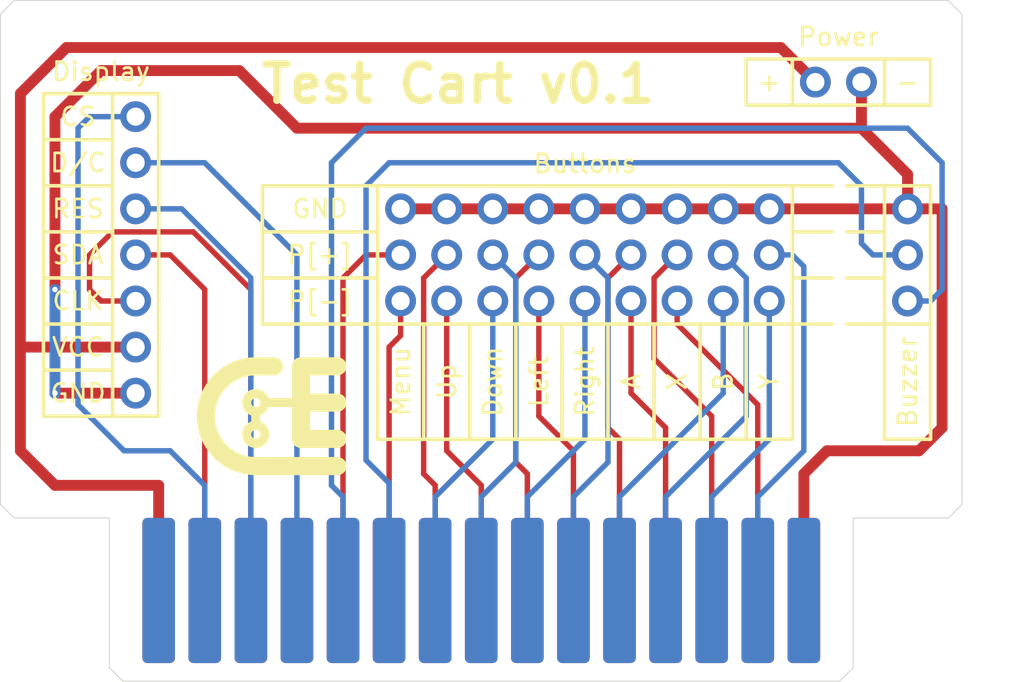
<source format=kicad_pcb>
(kicad_pcb (version 20241229) (generator "pcbnew") (generator_version "9.0")
  (layers (0 "F.Cu" signal) (2 "B.Cu" signal) (13 "F.Paste" user) (15 "B.Paste" user) (5 "F.SilkS" user "F.Silkscreen") (7 "B.SilkS" user "B.Silkscreen") (1 "F.Mask" user) (3 "B.Mask" user) (25 "Edge.Cuts" user))
  (net 0 "")
  (net 1 "Net-(J1-BTN_X1)")
  (net 2 "Net-(J1-SCR_CS)")
  (net 3 "Net-(J1-SCR_DC)")
  (net 4 "Net-(J1-BTN_RIGHT1)")
  (net 5 "Net-(J1-BTN_X2)")
  (net 7 "Net-(J1-BTN_UP2)")
  (net 8 "Net-(J1-BTN_B1)")
  (net 9 "Net-(J1-SCR_RES)")
  (net 10 "Net-(J1-BTN_MENU1)")
  (net 11 "Net-(J1-BTN_DOWN1)")
  (net 12 "Net-(J1-BTN_UP1)")
  (net 13 "GND")
  (net 14 "Net-(J1-BTN_A2)")
  (net 15 "VCC")
  (net 16 "Net-(J1-BUZZ[+])")
  (net 17 "Net-(J1-SCR_SDA)")
  (net 18 "Net-(J1-BTN_B2)")
  (net 20 "Net-(J1-BTN_LEFT2)")
  (net 21 "Net-(J1-BTN_LEFT1)")
  (net 22 "Net-(J1-BTN_Y1)")
  (net 23 "Net-(J1-BUZZ[-])")
  (net 24 "Net-(J1-BTN_RIGHT2)")
  (net 26 "Net-(J1-BTN_Y2)")
  (net 27 "Net-(J1-BTN_DOWN2)")
  (net 28 "Net-(J1-SCR_SCL)")
  (net 29 "Net-(J1-BTN_MENU2)")
  (net 30 "Net-(J1-BTN_A1)")
  (footprint "carts:PinHeader_1x02_Abstract" (layer "F.Cu") (at 142.875 80.645 180)
    (property "Reference" "J9" (hide yes))
    (property "Value" "Btn_Left" (hide yes))
    (pad "1" thru_hole circle (at 0 0 180) (size 1.7 1.7) (drill 1) (layers "*.Cu" "*.Mask") (net 20 "Net-(J1-BTN_LEFT2)"))
    (pad "2" thru_hole circle (at 0 2.54 180) (size 1.7 1.7) (drill 1) (layers "*.Cu" "*.Mask") (net 21 "Net-(J1-BTN_LEFT1)"))
  )
  (footprint "carts:PinHeader_1x02_Abstract" (layer "F.Cu") (at 147.955 80.645 180)
    (property "Reference" "J10" (hide yes))
    (property "Value" "Btn_A" (hide yes))
    (pad "1" thru_hole circle (at 0 0 180) (size 1.7 1.7) (drill 1) (layers "*.Cu" "*.Mask") (net 14 "Net-(J1-BTN_A2)"))
    (pad "2" thru_hole circle (at 0 2.54 180) (size 1.7 1.7) (drill 1) (layers "*.Cu" "*.Mask") (net 30 "Net-(J1-BTN_A1)"))
  )
  (footprint "carts:PinHeader_1x02_Abstract" (layer "F.Cu") (at 145.415 80.645 180)
    (property "Reference" "J4" (hide yes))
    (property "Value" "Btn_Right" (hide yes))
    (pad "1" thru_hole circle (at 0 0 180) (size 1.7 1.7) (drill 1) (layers "*.Cu" "*.Mask") (net 4 "Net-(J1-BTN_RIGHT1)"))
    (pad "2" thru_hole circle (at 0 2.54 180) (size 1.7 1.7) (drill 1) (layers "*.Cu" "*.Mask") (net 24 "Net-(J1-BTN_RIGHT2)"))
  )
  (footprint "carts:PinHeader_1x02_Abstract" (layer "F.Cu") (at 158.115 68.58 90)
    (property "Reference" "J12" (hide yes))
    (property "Value" "Power")
    (pad "1" thru_hole circle (at 0 0 90) (size 1.7 1.7) (drill 1) (layers "*.Cu" "*.Mask") (net 15 "VCC"))
    (pad "2" thru_hole circle (at 0 2.54 90) (size 1.7 1.7) (drill 1) (layers "*.Cu" "*.Mask") (net 13 "GND"))
  )
  (footprint "carts:PinHeader_1x02_Abstract" (layer "F.Cu") (at 135.255 80.645 180)
    (property "Reference" "J7" (hide yes))
    (property "Value" "Btn_Menu" (hide yes))
    (pad "1" thru_hole circle (at 0 0 180) (size 1.7 1.7) (drill 1) (layers "*.Cu" "*.Mask") (net 29 "Net-(J1-BTN_MENU2)"))
    (pad "2" thru_hole circle (at 0 2.54 180) (size 1.7 1.7) (drill 1) (layers "*.Cu" "*.Mask") (net 10 "Net-(J1-BTN_MENU1)"))
  )
  (footprint "carts:PinHeader_1x02_Abstract" (layer "F.Cu") (at 163.195 80.645 180)
    (property "Reference" "J2" (hide yes))
    (property "Value" "Buzzer")
    (pad "1" thru_hole circle (at 0 0 180) (size 1.7 1.7) (drill 1) (layers "*.Cu" "*.Mask") (net 16 "Net-(J1-BUZZ[+])"))
    (pad "2" thru_hole circle (at 0 2.54 180) (size 1.7 1.7) (drill 1) (layers "*.Cu" "*.Mask") (net 23 "Net-(J1-BUZZ[-])"))
  )
  (footprint "carts:Edge_Connector" (layer "F.Cu") (at 139.7 96.6)
    (property "Reference" "J1" (hide yes))
    (property "Value" "~")
    (pad "1" connect roundrect (at -17.78 0) (size 1.8 8) (layers "F.Cu" "F.Mask") (roundrect_rratio 0.15) (net 15 "VCC"))
    (pad "2" connect roundrect (at -17.78 0) (size 1.8 8) (layers "B.Cu" "B.Mask") (roundrect_rratio 0.15))
    (pad "3" connect roundrect (at -15.24 0) (size 1.8 8) (layers "F.Cu" "F.Mask") (roundrect_rratio 0.15) (net 17 "Net-(J1-SCR_SDA)"))
    (pad "4" connect roundrect (at -15.24 0) (size 1.8 8) (layers "B.Cu" "B.Mask") (roundrect_rratio 0.15) (net 2 "Net-(J1-SCR_CS)"))
    (pad "5" connect roundrect (at -12.7 0) (size 1.8 8) (layers "F.Cu" "F.Mask") (roundrect_rratio 0.15) (net 28 "Net-(J1-SCR_SCL)"))
    (pad "6" connect roundrect (at -12.7 0) (size 1.8 8) (layers "B.Cu" "B.Mask") (roundrect_rratio 0.15) (net 9 "Net-(J1-SCR_RES)"))
    (pad "7" connect roundrect (at -10.16 0) (size 1.8 8) (layers "F.Cu" "F.Mask") (roundrect_rratio 0.15))
    (pad "8" connect roundrect (at -10.16 0) (size 1.8 8) (layers "B.Cu" "B.Mask") (roundrect_rratio 0.15) (net 3 "Net-(J1-SCR_DC)"))
    (pad "9" connect roundrect (at -7.62 0) (size 1.8 8) (layers "F.Cu" "F.Mask") (roundrect_rratio 0.15) (net 10 "Net-(J1-BTN_MENU1)"))
    (pad "10" connect roundrect (at -7.62 0) (size 1.8 8) (layers "B.Cu" "B.Mask") (roundrect_rratio 0.15) (net 16 "Net-(J1-BUZZ[+])"))
    (pad "11" connect roundrect (at -5.08 0) (size 1.8 8) (layers "F.Cu" "F.Mask") (roundrect_rratio 0.15) (net 29 "Net-(J1-BTN_MENU2)"))
    (pad "12" connect roundrect (at -5.08 0) (size 1.8 8) (layers "B.Cu" "B.Mask") (roundrect_rratio 0.15) (net 23 "Net-(J1-BUZZ[-])"))
    (pad "13" connect roundrect (at -2.54 0) (size 1.8 8) (layers "F.Cu" "F.Mask") (roundrect_rratio 0.15) (net 12 "Net-(J1-BTN_UP1)"))
    (pad "14" connect roundrect (at -2.54 0) (size 1.8 8) (layers "B.Cu" "B.Mask") (roundrect_rratio 0.15) (net 11 "Net-(J1-BTN_DOWN1)"))
    (pad "15" connect roundrect (at 0 0) (size 1.8 8) (layers "F.Cu" "F.Mask") (roundrect_rratio 0.15) (net 7 "Net-(J1-BTN_UP2)"))
    (pad "16" connect roundrect (at 0 0) (size 1.8 8) (layers "B.Cu" "B.Mask") (roundrect_rratio 0.15) (net 27 "Net-(J1-BTN_DOWN2)"))
    (pad "17" connect roundrect (at 2.54 0) (size 1.8 8) (layers "F.Cu" "F.Mask") (roundrect_rratio 0.15) (net 21 "Net-(J1-BTN_LEFT1)"))
    (pad "18" connect roundrect (at 2.54 0) (size 1.8 8) (layers "B.Cu" "B.Mask") (roundrect_rratio 0.15) (net 4 "Net-(J1-BTN_RIGHT1)"))
    (pad "19" connect roundrect (at 5.08 0) (size 1.8 8) (layers "F.Cu" "F.Mask") (roundrect_rratio 0.15) (net 20 "Net-(J1-BTN_LEFT2)"))
    (pad "20" connect roundrect (at 5.08 0) (size 1.8 8) (layers "B.Cu" "B.Mask") (roundrect_rratio 0.15) (net 24 "Net-(J1-BTN_RIGHT2)"))
    (pad "21" connect roundrect (at 7.62 0) (size 1.8 8) (layers "F.Cu" "F.Mask") (roundrect_rratio 0.15) (net 30 "Net-(J1-BTN_A1)"))
    (pad "22" connect roundrect (at 7.62 0) (size 1.8 8) (layers "B.Cu" "B.Mask") (roundrect_rratio 0.15) (net 8 "Net-(J1-BTN_B1)"))
    (pad "23" connect roundrect (at 10.16 0) (size 1.8 8) (layers "F.Cu" "F.Mask") (roundrect_rratio 0.15) (net 14 "Net-(J1-BTN_A2)"))
    (pad "24" connect roundrect (at 10.16 0) (size 1.8 8) (layers "B.Cu" "B.Mask") (roundrect_rratio 0.15) (net 18 "Net-(J1-BTN_B2)"))
    (pad "25" connect roundrect (at 12.7 0) (size 1.8 8) (layers "F.Cu" "F.Mask") (roundrect_rratio 0.15) (net 1 "Net-(J1-BTN_X1)"))
    (pad "26" connect roundrect (at 12.7 0) (size 1.8 8) (layers "B.Cu" "B.Mask") (roundrect_rratio 0.15) (net 22 "Net-(J1-BTN_Y1)"))
    (pad "27" connect roundrect (at 15.24 0) (size 1.8 8) (layers "F.Cu" "F.Mask") (roundrect_rratio 0.15) (net 5 "Net-(J1-BTN_X2)"))
    (pad "28" connect roundrect (at 15.24 0) (size 1.8 8) (layers "B.Cu" "B.Mask") (roundrect_rratio 0.15) (net 26 "Net-(J1-BTN_Y2)"))
    (pad "29" connect roundrect (at 17.78 0) (size 1.8 8) (layers "F.Cu" "F.Mask") (roundrect_rratio 0.15) (net 13 "GND"))
    (pad "30" connect roundrect (at 17.78 0) (size 1.8 8) (layers "B.Cu" "B.Mask") (roundrect_rratio 0.15))
  )
  (footprint "carts:PinHeader_1x02_Abstract" (layer "F.Cu") (at 137.795 80.645 180)
    (property "Reference" "J8" (hide yes))
    (property "Value" "Btn_Up" (hide yes))
    (pad "1" thru_hole circle (at 0 0 180) (size 1.7 1.7) (drill 1) (layers "*.Cu" "*.Mask") (net 7 "Net-(J1-BTN_UP2)"))
    (pad "2" thru_hole circle (at 0 2.54 180) (size 1.7 1.7) (drill 1) (layers "*.Cu" "*.Mask") (net 12 "Net-(J1-BTN_UP1)"))
  )
  (footprint "carts:PinHeader_1x02_Abstract" (layer "F.Cu") (at 155.575 80.645 180)
    (property "Reference" "J6" (hide yes))
    (property "Value" "Btn_Y" (hide yes))
    (pad "1" thru_hole circle (at 0 0 180) (size 1.7 1.7) (drill 1) (layers "*.Cu" "*.Mask") (net 22 "Net-(J1-BTN_Y1)"))
    (pad "2" thru_hole circle (at 0 2.54 180) (size 1.7 1.7) (drill 1) (layers "*.Cu" "*.Mask") (net 26 "Net-(J1-BTN_Y2)"))
  )
  (footprint "carts:PinHeader_1x09_Abstract" (layer "F.Cu") (at 135.255 75.565 90)
    (property "Reference" "J14" (hide yes))
    (property "Value" "Earth_Buttons" (hide yes))
    (pad "1" thru_hole circle (at 0 0 90) (size 1.7 1.7) (drill 1) (layers "*.Cu" "*.Mask") (net 13 "GND"))
    (pad "2" thru_hole circle (at 0 2.54 90) (size 1.7 1.7) (drill 1) (layers "*.Cu" "*.Mask") (net 13 "GND"))
    (pad "3" thru_hole circle (at 0 5.08 90) (size 1.7 1.7) (drill 1) (layers "*.Cu" "*.Mask") (net 13 "GND"))
    (pad "4" thru_hole circle (at 0 7.62 90) (size 1.7 1.7) (drill 1) (layers "*.Cu" "*.Mask") (net 13 "GND"))
    (pad "5" thru_hole circle (at 0 10.16 90) (size 1.7 1.7) (drill 1) (layers "*.Cu" "*.Mask") (net 13 "GND"))
    (pad "6" thru_hole circle (at 0 12.7 90) (size 1.7 1.7) (drill 1) (layers "*.Cu" "*.Mask") (net 13 "GND"))
    (pad "7" thru_hole circle (at 0 15.24 90) (size 1.7 1.7) (drill 1) (layers "*.Cu" "*.Mask") (net 13 "GND"))
    (pad "8" thru_hole circle (at 0 17.78 90) (size 1.7 1.7) (drill 1) (layers "*.Cu" "*.Mask") (net 13 "GND"))
    (pad "9" thru_hole circle (at 0 20.32 90) (size 1.7 1.7) (drill 1) (layers "*.Cu" "*.Mask") (net 13 "GND"))
  )
  (footprint "carts:PinHeader_1x02_Abstract" (layer "F.Cu") (at 150.495 80.645 180)
    (property "Reference" "J11" (hide yes))
    (property "Value" "Btn_X" (hide yes))
    (pad "1" thru_hole circle (at 0 0 180) (size 1.7 1.7) (drill 1) (layers "*.Cu" "*.Mask") (net 5 "Net-(J1-BTN_X2)"))
    (pad "2" thru_hole circle (at 0 2.54 180) (size 1.7 1.7) (drill 1) (layers "*.Cu" "*.Mask") (net 1 "Net-(J1-BTN_X1)"))
  )
  (footprint "carts:PinHeader_1x02_Abstract" (layer "F.Cu") (at 140.335 80.645 180)
    (property "Reference" "J3" (hide yes))
    (property "Value" "Btn_Down" (hide yes))
    (pad "1" thru_hole circle (at 0 0 180) (size 1.7 1.7) (drill 1) (layers "*.Cu" "*.Mask") (net 11 "Net-(J1-BTN_DOWN1)"))
    (pad "2" thru_hole circle (at 0 2.54 180) (size 1.7 1.7) (drill 1) (layers "*.Cu" "*.Mask") (net 27 "Net-(J1-BTN_DOWN2)"))
  )
  (footprint "carts:Logo" (layer "F.Cu") (at 128.27 86.995)
    (property "Reference" "REF**" (hide yes))
    (property "Value" "Logo" (hide yes))
    (fp_line (start -1 -2.75) (end 0 -2.75) (stroke (width 1)) (layer "F.SilkS"))
    (fp_line (start -1 -0.25) (end -1 0.5) (stroke (width 0.5)) (layer "F.SilkS"))
    (fp_line (start 1.5 1.25) (end 1.5 -2.75) (stroke (width 1)) (layer "F.SilkS"))
    (fp_line (start 2 -0.75) (end -0.5 -0.75) (stroke (width 0.5)) (layer "F.SilkS"))
    (fp_line (start 3.5 -2.75) (end 1.5 -2.75) (stroke (width 1)) (layer "F.SilkS"))
    (fp_line (start 3.5 -0.75) (end 1.5 -0.75) (stroke (width 1)) (layer "F.SilkS"))
    (fp_line (start 3.5 1.25) (end 1.5 1.25) (stroke (width 1)) (layer "F.SilkS"))
    (fp_line (start 3.5 2.75) (end -1 2.75) (stroke (width 1)) (layer "F.SilkS"))
    (fp_arc (start -1 2.75) (mid -3.75 0) (end -1 -2.75) (stroke (width 1)) (layer "F.SilkS"))
    (fp_circle (center -1 -0.75) (end -0.5 -0.75) (stroke (width 0.5)) (fill no) (layer "F.SilkS"))
    (fp_circle (center -1 1) (end -0.5 1) (stroke (width 0.5)) (fill no) (layer "F.SilkS"))
  )
  (footprint "carts:PinHeader_1x02_Abstract" (layer "F.Cu") (at 153.035 80.645 180)
    (property "Reference" "J5" (hide yes))
    (property "Value" "Btn_B" (hide yes))
    (pad "1" thru_hole circle (at 0 0 180) (size 1.7 1.7) (drill 1) (layers "*.Cu" "*.Mask") (net 8 "Net-(J1-BTN_B1)"))
    (pad "2" thru_hole circle (at 0 2.54 180) (size 1.7 1.7) (drill 1) (layers "*.Cu" "*.Mask") (net 18 "Net-(J1-BTN_B2)"))
  )
  (footprint "carts:PinHeader_1x07_Abstract" (layer "F.Cu") (at 120.65 70.485)
    (property "Reference" "J13" (hide yes))
    (property "Value" "Display")
    (pad "1" thru_hole circle (at 0 0) (size 1.7 1.7) (drill 1) (layers "*.Cu" "*.Mask") (net 2 "Net-(J1-SCR_CS)"))
    (pad "2" thru_hole circle (at 0 2.54) (size 1.7 1.7) (drill 1) (layers "*.Cu" "*.Mask") (net 3 "Net-(J1-SCR_DC)"))
    (pad "3" thru_hole circle (at 0 5.079999) (size 1.7 1.7) (drill 1) (layers "*.Cu" "*.Mask") (net 9 "Net-(J1-SCR_RES)"))
    (pad "4" thru_hole circle (at 0 7.62) (size 1.7 1.7) (drill 1) (layers "*.Cu" "*.Mask") (net 17 "Net-(J1-SCR_SDA)"))
    (pad "5" thru_hole circle (at 0 10.16) (size 1.7 1.7) (drill 1) (layers "*.Cu" "*.Mask") (net 28 "Net-(J1-SCR_SCL)"))
    (pad "6" thru_hole circle (at 0 12.7) (size 1.7 1.7) (drill 1) (layers "*.Cu" "*.Mask") (net 15 "VCC"))
    (pad "7" thru_hole circle (at 0 15.24) (size 1.7 1.7) (drill 1) (layers "*.Cu" "*.Mask") (net 13 "GND"))
  )
  (footprint "carts:PinHeader_1x01_Abstract" (layer "F.Cu") (at 163.195 75.565)
    (property "Reference" "J15" (hide yes))
    (property "Value" "Earth_Buzzer" (hide yes))
    (pad "1" thru_hole circle (at 0 0) (size 1.7 1.7) (drill 1) (layers "*.Cu" "*.Mask") (net 13 "GND"))
  )
  (gr_line (start 115.57 79.375) (end 119.38 79.375) (stroke (width 0.2)) (layer "F.SilkS"))
  (gr_line (start 156.845 74.295) (end 156.845 88.265) (stroke (width 0.2)) (layer "F.SilkS"))
  (gr_line (start 115.57 86.995) (end 115.57 69.215) (stroke (width 0.2)) (layer "F.SilkS"))
  (gr_line (start 133.985 88.265) (end 133.985 74.295) (stroke (width 0.2)) (layer "F.SilkS"))
  (gr_line (start 149.225 88.265) (end 149.225 81.915) (stroke (width 0.2)) (layer "F.SilkS"))
  (gr_line (start 156.845 76.835) (end 161.925 76.835) (stroke (width 0.2) (type dash)) (layer "F.SilkS"))
  (gr_line (start 136.525 81.915) (end 136.525 88.265) (stroke (width 0.2)) (layer "F.SilkS"))
  (gr_line (start 115.57 69.215) (end 121.92 69.215) (stroke (width 0.2)) (layer "F.SilkS"))
  (gr_line (start 115.57 84.455) (end 119.38 84.455) (stroke (width 0.2)) (layer "F.SilkS"))
  (gr_line (start 164.465 81.915) (end 161.925 81.915) (stroke (width 0.2)) (layer "F.SilkS"))
  (gr_line (start 115.57 71.755) (end 119.38 71.755) (stroke (width 0.2)) (layer "F.SilkS"))
  (gr_rect (start 161.925 74.295) (end 164.465 88.265) (stroke (width 0.2)) (fill no) (layer "F.SilkS"))
  (gr_line (start 151.765 88.265) (end 151.765 81.915) (stroke (width 0.2)) (layer "F.SilkS"))
  (gr_line (start 115.57 74.295) (end 119.38 74.295) (stroke (width 0.2)) (layer "F.SilkS"))
  (gr_line (start 133.985 88.265) (end 156.845 88.265) (stroke (width 0.2)) (layer "F.SilkS"))
  (gr_line (start 156.845 74.295) (end 161.925 74.295) (stroke (width 0.2) (type dash)) (layer "F.SilkS"))
  (gr_line (start 121.92 86.995) (end 115.57 86.995) (stroke (width 0.2)) (layer "F.SilkS"))
  (gr_line (start 127.635 81.915) (end 156.845 81.915) (stroke (width 0.2)) (layer "F.SilkS"))
  (gr_line (start 127.635 79.375) (end 133.985 79.375) (stroke (width 0.2)) (layer "F.SilkS"))
  (gr_line (start 121.92 86.995) (end 121.92 69.215) (stroke (width 0.2)) (layer "F.SilkS"))
  (gr_line (start 115.57 81.915) (end 119.38 81.915) (stroke (width 0.2)) (layer "F.SilkS"))
  (gr_line (start 119.38 69.215) (end 119.38 86.995) (stroke (width 0.2)) (layer "F.SilkS"))
  (gr_line (start 156.845 79.375) (end 161.925 79.375) (stroke (width 0.2) (type dash)) (layer "F.SilkS"))
  (gr_line (start 127.635 76.835) (end 133.985 76.835) (stroke (width 0.2)) (layer "F.SilkS"))
  (gr_line (start 144.145 88.265) (end 144.145 81.915) (stroke (width 0.2)) (layer "F.SilkS"))
  (gr_line (start 156.845 67.31) (end 156.845 69.85) (stroke (width 0.2)) (layer "F.SilkS"))
  (gr_line (start 127.635 74.295) (end 156.845 74.295) (stroke (width 0.2)) (layer "F.SilkS"))
  (gr_line (start 156.845 81.915) (end 161.925 81.915) (stroke (width 0.2) (type dash)) (layer "F.SilkS"))
  (gr_line (start 161.925 67.31) (end 161.925 69.85) (stroke (width 0.2)) (layer "F.SilkS"))
  (gr_line (start 146.685 88.265) (end 146.685 81.915) (stroke (width 0.2)) (layer "F.SilkS"))
  (gr_rect (start 154.305 67.31) (end 164.465 69.85) (stroke (width 0.2)) (fill no) (layer "F.SilkS"))
  (gr_line (start 139.065 81.915) (end 139.065 88.265) (stroke (width 0.2)) (layer "F.SilkS"))
  (gr_line (start 127.635 74.295) (end 127.635 81.915) (stroke (width 0.2)) (layer "F.SilkS"))
  (gr_line (start 115.57 76.835) (end 119.38 76.835) (stroke (width 0.2)) (layer "F.SilkS"))
  (gr_line (start 154.305 88.265) (end 154.305 81.915) (stroke (width 0.2)) (layer "F.SilkS"))
  (gr_line (start 141.605 88.265) (end 141.605 81.915) (stroke (width 0.2)) (layer "F.SilkS"))
  (gr_line (start 119.95 101.6) (end 159.45 101.6) (stroke (width 0.05)) (layer "Edge.Cuts"))
  (gr_line (start 113.95 92.6) (end 113.2 91.85) (stroke (width 0.05)) (layer "Edge.Cuts"))
  (gr_line (start 165.45 64.08) (end 113.95 64.08) (stroke (width 0.05)) (layer "Edge.Cuts"))
  (gr_line (start 119.2 92.6) (end 119.2 100.85) (stroke (width 0.05)) (layer "Edge.Cuts"))
  (gr_line (start 113.2 64.85) (end 113.95 64.08) (stroke (width 0.05)) (layer "Edge.Cuts"))
  (gr_line (start 166.2 91.85) (end 166.2 64.85) (stroke (width 0.05)) (layer "Edge.Cuts"))
  (gr_line (start 165.45 92.6) (end 166.2 91.85) (stroke (width 0.05)) (layer "Edge.Cuts"))
  (gr_line (start 113.95 92.6) (end 119.2 92.6) (stroke (width 0.05)) (layer "Edge.Cuts"))
  (gr_line (start 160.2 92.6) (end 165.45 92.6) (stroke (width 0.05)) (layer "Edge.Cuts"))
  (gr_line (start 166.2 64.85) (end 165.45 64.08) (stroke (width 0.05)) (layer "Edge.Cuts"))
  (gr_line (start 159.45 101.6) (end 160.2 100.85) (stroke (width 0.05)) (layer "Edge.Cuts"))
  (gr_line (start 160.2 100.85) (end 160.2 92.6) (stroke (width 0.05)) (layer "Edge.Cuts"))
  (gr_line (start 113.2 64.85) (end 113.2 91.85) (stroke (width 0.05)) (layer "Edge.Cuts"))
  (gr_line (start 119.2 100.85) (end 119.95 101.6) (stroke (width 0.05)) (layer "Edge.Cuts"))
  (gr_text "Up" (at 137.795 85.09 90) (layer "F.SilkS") (effects (font (size 1 1))))
  (gr_text "Y" (at 155.575 85.09 90) (layer "F.SilkS") (effects (font (size 1 1))))
  (gr_text "+" (at 155.575 68.58 0) (layer "F.SilkS") (effects (font (size 1 1))))
  (gr_text "Buttons" (at 145.415 73.66 0) (layer "F.SilkS") (effects (font (size 1 1)) (justify bottom)))
  (gr_text "CS" (at 117.475 70.485 0) (layer "F.SilkS") (effects (font (size 1 1))))
  (gr_text "GND" (at 130.81 75.565 0) (layer "F.SilkS") (effects (font (size 1 1))))
  (gr_text "Buzzer" (at 163.195 85.09 90) (layer "F.SilkS") (effects (font (size 1 1))))
  (gr_text "B" (at 153.035 85.09 90) (layer "F.SilkS") (effects (font (size 1 1))))
  (gr_text "P[-]" (at 130.81 80.645 0) (layer "F.SilkS") (effects (font (size 1 1))))
  (gr_text "D/C" (at 117.475 73.025 0) (layer "F.SilkS") (effects (font (size 1 1))))
  (gr_text "-" (at 163.195 68.58 0) (layer "F.SilkS") (effects (font (size 1 1))))
  (gr_text "Test Cart v0.1" (at 138.43 69.85 0) (layer "F.SilkS") (effects (font (size 2 2) (thickness 0.4) (bold yes)) (justify bottom)))
  (gr_text "SDA" (at 117.475 78.105 0) (layer "F.SilkS") (effects (font (size 1 1))))
  (gr_text "Menu" (at 135.255 85.09 90) (layer "F.SilkS") (effects (font (size 1 1))))
  (gr_text "Right" (at 145.415 85.09 90) (layer "F.SilkS") (effects (font (size 1 1))))
  (gr_text "Display" (at 118.745 68.58 0) (layer "F.SilkS") (effects (font (size 1 1)) (justify bottom)))
  (gr_text "RES" (at 117.475 75.565 0) (layer "F.SilkS") (effects (font (size 1 1))))
  (gr_text "Left" (at 142.875 85.09 90) (layer "F.SilkS") (effects (font (size 1 1))))
  (gr_text "CLK" (at 117.475 80.645 0) (layer "F.SilkS") (effects (font (size 1 1))))
  (gr_text "P[+]" (at 130.81 78.105 0) (layer "F.SilkS") (effects (font (size 1 1))))
  (gr_text "GND" (at 117.475 85.725 0) (layer "F.SilkS") (effects (font (size 1 1))))
  (gr_text "Power" (at 159.385 66.675 0) (layer "F.SilkS") (effects (font (size 1 1)) (justify bottom)))
  (gr_text "VCC" (at 117.475 83.185 0) (layer "F.SilkS") (effects (font (size 1 1))))
  (gr_text "Down" (at 140.335 85.09 90) (layer "F.SilkS") (effects (font (size 1 1))))
  (gr_text "X" (at 150.495 85.09 90) (layer "F.SilkS") (effects (font (size 1 1))))
  (gr_text "A" (at 147.955 85.09 90) (layer "F.SilkS") (effects (font (size 1 1))))
  (segment (start 152.4 86.995) (end 149.225 83.82) (width 0.3) (layer "F.Cu") (net 1))
  (segment (start 149.225 79.375) (end 150.495 78.105) (width 0.3) (layer "F.Cu") (net 1))
  (segment (start 149.225 83.82) (end 149.225 79.375) (width 0.3) (layer "F.Cu") (net 1))
  (segment (start 152.4 96.6) (end 152.4 86.995) (width 0.3) (layer "F.Cu") (net 1))
  (segment (start 117.475 71.12) (end 118.11 70.485) (width 0.3) (layer "B.Cu") (net 2))
  (segment (start 124.46 96.6) (end 124.46 90.805) (width 0.3) (layer "B.Cu") (net 2))
  (segment (start 122.555 88.9) (end 120.015 88.9) (width 0.3) (layer "B.Cu") (net 2))
  (segment (start 120.015 88.9) (end 117.475 86.36) (width 0.3) (layer "B.Cu") (net 2))
  (segment (start 124.46 90.805) (end 122.555 88.9) (width 0.3) (layer "B.Cu") (net 2))
  (segment (start 117.475 86.36) (end 117.475 71.12) (width 0.3) (layer "B.Cu") (net 2))
  (segment (start 118.11 70.485) (end 120.65 70.485) (width 0.3) (layer "B.Cu") (net 2))
  (segment (start 129.54 78.105) (end 124.46 73.025) (width 0.3) (layer "B.Cu") (net 3))
  (segment (start 124.46 73.025) (end 120.65 73.025) (width 0.3) (layer "B.Cu") (net 3))
  (segment (start 129.54 96.6) (end 129.54 78.105) (width 0.3) (layer "B.Cu") (net 3))
  (segment (start 142.24 91.44) (end 145.415 88.265) (width 0.3) (layer "B.Cu") (net 4))
  (segment (start 142.24 96.6) (end 142.24 91.44) (width 0.3) (layer "B.Cu") (net 4))
  (segment (start 145.415 88.265) (end 145.415 80.645) (width 0.3) (layer "B.Cu") (net 4))
  (segment (start 150.495 81.915) (end 150.495 80.645) (width 0.3) (layer "F.Cu") (net 5))
  (segment (start 154.94 96.6) (end 154.94 86.36) (width 0.3) (layer "F.Cu") (net 5))
  (segment (start 154.94 86.36) (end 150.495 81.915) (width 0.3) (layer "F.Cu") (net 5))
  (segment (start 139.7 90.805) (end 137.795 88.9) (width 0.3) (layer "F.Cu") (net 7))
  (segment (start 137.795 88.9) (end 137.795 80.645) (width 0.3) (layer "F.Cu") (net 7))
  (segment (start 139.7 96.6) (end 139.7 90.805) (width 0.3) (layer "F.Cu") (net 7))
  (segment (start 147.32 96.6) (end 147.32 91.44) (width 0.3) (layer "B.Cu") (net 8))
  (segment (start 147.32 91.44) (end 153.035 85.725) (width 0.3) (layer "B.Cu") (net 8))
  (segment (start 153.035 85.725) (end 153.035 80.645) (width 0.3) (layer "B.Cu") (net 8))
  (segment (start 123.19 75.565) (end 120.65 75.564999) (width 0.3) (layer "B.Cu") (net 9))
  (segment (start 127 96.6) (end 127 79.375) (width 0.3) (layer "B.Cu") (net 9))
  (segment (start 127 79.375) (end 123.19 75.565) (width 0.3) (layer "B.Cu") (net 9))
  (segment (start 135.255 78.105) (end 133.35 78.105) (width 0.3) (layer "F.Cu") (net 10))
  (segment (start 133.35 78.105) (end 132.08 79.375) (width 0.3) (layer "F.Cu") (net 10))
  (segment (start 132.08 79.375) (end 132.08 96.6) (width 0.3) (layer "F.Cu") (net 10))
  (segment (start 137.16 96.6) (end 137.16 91.44) (width 0.3) (layer "B.Cu") (net 11))
  (segment (start 137.16 91.44) (end 140.335 88.265) (width 0.3) (layer "B.Cu") (net 11))
  (segment (start 140.335 88.265) (end 140.335 80.645) (width 0.3) (layer "B.Cu") (net 11))
  (segment (start 137.16 90.805) (end 136.525 90.17) (width 0.3) (layer "F.Cu") (net 12))
  (segment (start 136.525 90.17) (end 136.525 79.375) (width 0.3) (layer "F.Cu") (net 12))
  (segment (start 137.16 96.6) (end 137.16 90.805) (width 0.3) (layer "F.Cu") (net 12))
  (segment (start 136.525 79.375) (end 137.795 78.105) (width 0.3) (layer "F.Cu") (net 12))
  (segment (start 165.1 87.63) (end 165.1 75.565) (width 0.6) (layer "F.Cu") (net 13))
  (segment (start 116.205 85.725) (end 120.65 85.725) (width 0.6) (layer "F.Cu") (net 13))
  (segment (start 160.655 71.12) (end 129.54 71.12) (width 0.6) (layer "F.Cu") (net 13))
  (segment (start 163.195 73.66) (end 160.655 71.12) (width 0.6) (layer "F.Cu") (net 13))
  (segment (start 118.745 67.945) (end 116.205 70.485) (width 0.6) (layer "F.Cu") (net 13))
  (segment (start 157.48 96.6) (end 157.48 90.17) (width 0.6) (layer "F.Cu") (net 13))
  (segment (start 163.83 88.9) (end 165.1 87.63) (width 0.6) (layer "F.Cu") (net 13))
  (segment (start 163.195 75.565) (end 163.195 73.66) (width 0.6) (layer "F.Cu") (net 13))
  (segment (start 129.54 71.12) (end 126.365 67.945) (width 0.6) (layer "F.Cu") (net 13))
  (segment (start 165.1 75.565) (end 135.255 75.565) (width 0.6) (layer "F.Cu") (net 13))
  (segment (start 157.48 90.17) (end 158.75 88.9) (width 0.6) (layer "F.Cu") (net 13))
  (segment (start 126.365 67.945) (end 118.745 67.945) (width 0.6) (layer "F.Cu") (net 13))
  (segment (start 160.655 68.58) (end 160.655 71.12) (width 0.6) (layer "F.Cu") (net 13))
  (segment (start 116.205 70.485) (end 116.205 80.01) (width 0.6) (layer "F.Cu") (net 13))
  (segment (start 158.75 88.9) (end 163.83 88.9) (width 0.6) (layer "F.Cu") (net 13))
  (via (at 116.205 80.01) (size 0.6) (drill 0.3) (layers "F.Cu" "B.Cu") (net 13))
  (via (at 116.205 85.725) (size 0.6) (drill 0.3) (layers "F.Cu" "B.Cu") (net 13))
  (segment (start 116.205 80.01) (end 116.205 85.725) (width 0.6) (layer "B.Cu") (net 13))
  (segment (start 147.955 85.725) (end 147.955 80.645) (width 0.3) (layer "F.Cu") (net 14))
  (segment (start 149.86 87.63) (end 147.955 85.725) (width 0.3) (layer "F.Cu") (net 14))
  (segment (start 149.86 96.6) (end 149.86 87.63) (width 0.3) (layer "F.Cu") (net 14))
  (segment (start 114.3 88.9) (end 114.3 69.215) (width 0.6) (layer "F.Cu") (net 15))
  (segment (start 114.3 83.185) (end 120.65 83.185) (width 0.6) (layer "F.Cu") (net 15))
  (segment (start 116.84 66.675) (end 156.21 66.675) (width 0.6) (layer "F.Cu") (net 15))
  (segment (start 121.92 96.6) (end 121.92 90.805) (width 0.6) (layer "F.Cu") (net 15))
  (segment (start 156.21 66.675) (end 158.115 68.58) (width 0.6) (layer "F.Cu") (net 15))
  (segment (start 116.205 90.805) (end 114.3 88.9) (width 0.6) (layer "F.Cu") (net 15))
  (segment (start 114.3 69.215) (end 116.84 66.675) (width 0.6) (layer "F.Cu") (net 15))
  (segment (start 121.92 90.805) (end 116.205 90.805) (width 0.6) (layer "F.Cu") (net 15))
  (segment (start 131.445 73.025) (end 133.35 71.12) (width 0.3) (layer "B.Cu") (net 16))
  (segment (start 132.08 91.44) (end 131.445 90.805) (width 0.3) (layer "B.Cu") (net 16))
  (segment (start 165.1 73.025) (end 165.1 80.01) (width 0.3) (layer "B.Cu") (net 16))
  (segment (start 163.195 71.12) (end 165.1 73.025) (width 0.3) (layer "B.Cu") (net 16))
  (segment (start 132.08 96.6) (end 132.08 91.44) (width 0.3) (layer "B.Cu") (net 16))
  (segment (start 165.1 80.01) (end 164.465 80.645) (width 0.3) (layer "B.Cu") (net 16))
  (segment (start 164.465 80.645) (end 163.195 80.645) (width 0.3) (layer "B.Cu") (net 16))
  (segment (start 131.445 90.805) (end 131.445 73.025) (width 0.3) (layer "B.Cu") (net 16))
  (segment (start 133.35 71.12) (end 163.195 71.12) (width 0.3) (layer "B.Cu") (net 16))
  (segment (start 124.46 96.6) (end 124.46 80.01) (width 0.3) (layer "F.Cu") (net 17))
  (segment (start 122.555 78.105) (end 120.65 78.105) (width 0.3) (layer "F.Cu") (net 17))
  (segment (start 124.46 80.01) (end 122.555 78.105) (width 0.3) (layer "F.Cu") (net 17))
  (segment (start 154.305 86.995) (end 154.305 79.375) (width 0.3) (layer "B.Cu") (net 18))
  (segment (start 154.305 79.375) (end 153.035 78.105) (width 0.3) (layer "B.Cu") (net 18))
  (segment (start 149.86 96.6) (end 149.86 91.44) (width 0.3) (layer "B.Cu") (net 18))
  (segment (start 149.86 91.44) (end 154.305 86.995) (width 0.3) (layer "B.Cu") (net 18))
  (segment (start 144.78 96.6) (end 144.78 88.9) (width 0.3) (layer "F.Cu") (net 20))
  (segment (start 144.78 88.9) (end 142.875 86.995) (width 0.3) (layer "F.Cu") (net 20))
  (segment (start 142.875 86.995) (end 142.875 80.645) (width 0.3) (layer "F.Cu") (net 20))
  (segment (start 141.605 89.535) (end 141.605 79.375) (width 0.3) (layer "F.Cu") (net 21))
  (segment (start 141.605 79.375) (end 142.875 78.105) (width 0.3) (layer "F.Cu") (net 21))
  (segment (start 142.24 96.6) (end 142.24 90.17) (width 0.3) (layer "F.Cu") (net 21))
  (segment (start 142.24 90.17) (end 141.605 89.535) (width 0.3) (layer "F.Cu") (net 21))
  (segment (start 155.575 88.265) (end 155.575 80.645) (width 0.3) (layer "B.Cu") (net 22))
  (segment (start 152.4 96.6) (end 152.4 91.44) (width 0.3) (layer "B.Cu") (net 22))
  (segment (start 152.4 91.44) (end 155.575 88.265) (width 0.3) (layer "B.Cu") (net 22))
  (segment (start 161.29 78.105) (end 160.655 77.47) (width 0.3) (layer "B.Cu") (net 23))
  (segment (start 134.62 73.025) (end 133.35 74.295) (width 0.3) (layer "B.Cu") (net 23))
  (segment (start 160.655 77.47) (end 160.655 74.295) (width 0.3) (layer "B.Cu") (net 23))
  (segment (start 159.385 73.025) (end 134.62 73.025) (width 0.3) (layer "B.Cu") (net 23))
  (segment (start 160.655 74.295) (end 159.385 73.025) (width 0.3) (layer "B.Cu") (net 23))
  (segment (start 133.35 89.418234) (end 134.62 90.688234) (width 0.3) (layer "B.Cu") (net 23))
  (segment (start 134.62 90.688234) (end 134.62 96.6) (width 0.3) (layer "B.Cu") (net 23))
  (segment (start 163.195 78.105) (end 161.29 78.105) (width 0.3) (layer "B.Cu") (net 23))
  (segment (start 133.35 74.295) (end 133.35 89.418234) (width 0.3) (layer "B.Cu") (net 23))
  (segment (start 144.78 91.44) (end 146.685 89.535) (width 0.3) (layer "B.Cu") (net 24))
  (segment (start 146.685 79.375) (end 145.415 78.105) (width 0.3) (layer "B.Cu") (net 24))
  (segment (start 144.78 96.6) (end 144.78 91.44) (width 0.3) (layer "B.Cu") (net 24))
  (segment (start 146.685 89.535) (end 146.685 79.375) (width 0.3) (layer "B.Cu") (net 24))
  (segment (start 156.845 78.105) (end 157.48 78.74) (width 0.3) (layer "B.Cu") (net 26))
  (segment (start 157.48 78.74) (end 157.48 88.9) (width 0.3) (layer "B.Cu") (net 26))
  (segment (start 155.575 78.105) (end 156.845 78.105) (width 0.3) (layer "B.Cu") (net 26))
  (segment (start 154.94 91.44) (end 154.94 96.6) (width 0.3) (layer "B.Cu") (net 26))
  (segment (start 157.48 88.9) (end 154.94 91.44) (width 0.3) (layer "B.Cu") (net 26))
  (segment (start 141.605 79.375) (end 140.335 78.105) (width 0.3) (layer "B.Cu") (net 27))
  (segment (start 141.605 89.535) (end 141.605 79.375) (width 0.3) (layer "B.Cu") (net 27))
  (segment (start 139.7 96.6) (end 139.7 91.44) (width 0.3) (layer "B.Cu") (net 27))
  (segment (start 139.7 91.44) (end 141.605 89.535) (width 0.3) (layer "B.Cu") (net 27))
  (segment (start 118.11 78.105) (end 118.11 80.01) (width 0.3) (layer "F.Cu") (net 28))
  (segment (start 127 80.01) (end 123.825 76.835) (width 0.3) (layer "F.Cu") (net 28))
  (segment (start 118.11 80.01) (end 118.745 80.645) (width 0.3) (layer "F.Cu") (net 28))
  (segment (start 123.825 76.835) (end 119.38 76.835) (width 0.3) (layer "F.Cu") (net 28))
  (segment (start 118.745 80.645) (end 120.65 80.645) (width 0.3) (layer "F.Cu") (net 28))
  (segment (start 119.38 76.835) (end 118.11 78.105) (width 0.3) (layer "F.Cu") (net 28))
  (segment (start 127 96.6) (end 127 80.01) (width 0.3) (layer "F.Cu") (net 28))
  (segment (start 135.255 80.645) (end 135.255 82.55) (width 0.3) (layer "F.Cu") (net 29))
  (segment (start 135.255 82.55) (end 134.62 83.185) (width 0.3) (layer "F.Cu") (net 29))
  (segment (start 134.62 83.185) (end 134.62 96.6) (width 0.3) (layer "F.Cu") (net 29))
  (segment (start 146.685 87.63) (end 146.685 79.375) (width 0.3) (layer "F.Cu") (net 30))
  (segment (start 146.685 79.375) (end 147.955 78.105) (width 0.3) (layer "F.Cu") (net 30))
  (segment (start 147.32 96.6) (end 147.32 88.265) (width 0.3) (layer "F.Cu") (net 30))
  (segment (start 147.32 88.265) (end 146.685 87.63) (width 0.3) (layer "F.Cu") (net 30))
)
</source>
